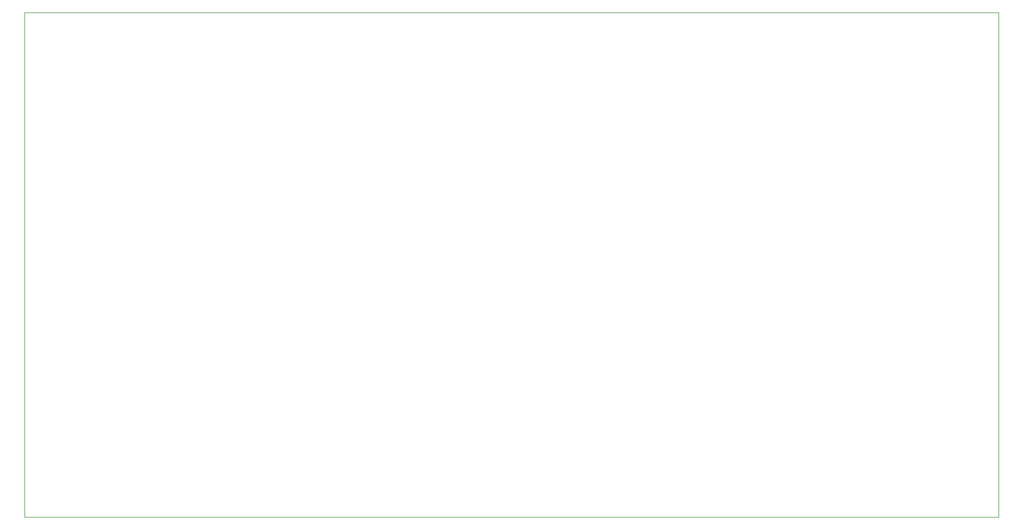
<source format=gbr>
%TF.GenerationSoftware,KiCad,Pcbnew,(6.0.7)*%
%TF.CreationDate,2023-01-27T14:31:18-05:00*%
%TF.ProjectId,Phoenix612_All_Stages_PA_Testing_v2,50686f65-6e69-4783-9631-325f416c6c5f,rev?*%
%TF.SameCoordinates,Original*%
%TF.FileFunction,Profile,NP*%
%FSLAX46Y46*%
G04 Gerber Fmt 4.6, Leading zero omitted, Abs format (unit mm)*
G04 Created by KiCad (PCBNEW (6.0.7)) date 2023-01-27 14:31:18*
%MOMM*%
%LPD*%
G01*
G04 APERTURE LIST*
%TA.AperFunction,Profile*%
%ADD10C,0.100000*%
%TD*%
G04 APERTURE END LIST*
D10*
X21411750Y-36830000D02*
X173076250Y-36830000D01*
X173076250Y-36830000D02*
X173076250Y-115385500D01*
X173076250Y-115385500D02*
X21411750Y-115385500D01*
X21411750Y-115385500D02*
X21411750Y-36830000D01*
M02*

</source>
